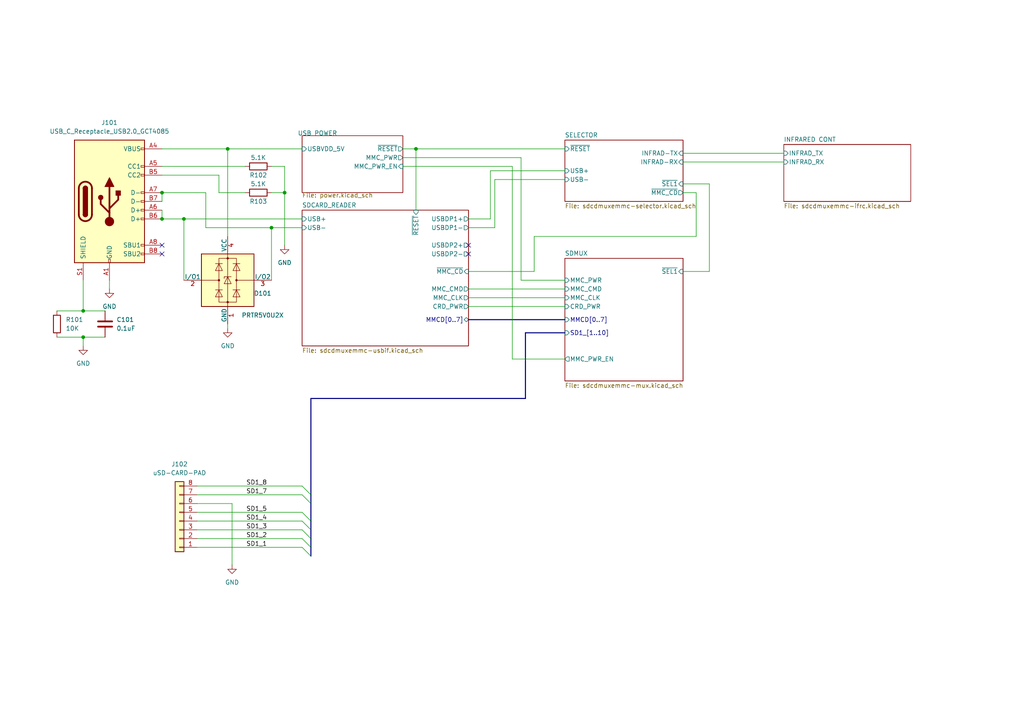
<source format=kicad_sch>
(kicad_sch (version 20230121) (generator eeschema)
  (paper "A4")
  (title_block (title "SDCDMUX-eMMC") (date "2023-08-14") (rev "Rev3") (company "HNZ") (comment 1 "Licensed under CC-BY-SA V4.0") (comment 2 "2023 (C) Hiroshi Nakajima <hnakamiru1103@gmail.com>"))
  (lib_symbols
    (symbol "Device:C" (pin_numbers hide) (pin_names (offset 0.254))
      (property "Reference" "C" (at 0.635 2.54 0))
      (property "Value" "C" (at 0.635 -2.54 0))
      (symbol "C_0_1"
        (polyline (pts (xy -2.032 -0.762) (xy 2.032 -0.762)) (stroke (width 0.508)))
        (polyline (pts (xy -2.032 0.762) (xy 2.032 0.762)) (stroke (width 0.508)))
      )
      (symbol "C_1_1"
        (pin passive line (at 0 3.81 270) (length 2.794) (name "~") (number "1"))
        (pin passive line (at 0 -3.81 90) (length 2.794) (name "~") (number "2"))
      )
    )
    (symbol "Device:R" (pin_numbers hide) (pin_names (offset 0))
      (property "Reference" "R" (at 2.032 0 90))
      (property "Value" "R" (at 0 0 90))
      (symbol "R_0_1"
        (rectangle (start -1.016 -2.54) (end 1.016 2.54) (stroke (width 0.254)))
      )
      (symbol "R_1_1"
        (pin passive line (at 0 3.81 270) (length 1.27) (name "~") (number "1"))
        (pin passive line (at 0 -3.81 90) (length 1.27) (name "~") (number "2"))
      )
    )
    (symbol "GND_1" (power) (pin_names (offset 0))
      (property "Value" "GND_1" (at 0 -3.81 0))
      (symbol "GND_1_0_1"
        (polyline (pts (xy 0 0) (xy 0 -1.27) (xy 1.27 -1.27) (xy 0 -2.54) (xy -1.27 -1.27) (xy 0 -1.27)))
      )
      (symbol "GND_1_1_1"
        (pin power_in line (at 0 0 270) (length 0) hide (name "GND") (number "1"))
      )
    )
    (symbol "GND_2" (power) (pin_names (offset 0))
      (property "Value" "GND_2" (at 0 -3.81 0))
      (symbol "GND_2_0_1"
        (polyline (pts (xy 0 0) (xy 0 -1.27) (xy 1.27 -1.27) (xy 0 -2.54) (xy -1.27 -1.27) (xy 0 -1.27)))
      )
      (symbol "GND_2_1_1"
        (pin power_in line (at 0 0 270) (length 0) hide (name "GND") (number "1"))
      )
    )
    (symbol "power:GND" (power) (pin_numbers hide) (pin_names (offset 0) hide)
      (property "Value" "GND" (at 0 -3.81 0))
      (symbol "GND_0_1"
        (polyline (pts (xy 0 0) (xy 0 -1.27) (xy 1.27 -1.27) (xy 0 -2.54) (xy -1.27 -1.27) (xy 0 -1.27)))
      )
      (symbol "GND_1_1"
        (pin power_in line (at 0 0 270) (length 0) hide (name "GND") (number "1"))
      )
    )
    (symbol "tbctl:PRTR5V0U2X" (pin_names (offset 0))
      (property "Reference" "D" (at 2.794 8.636 0))
      (property "Value" "PRTR5V0U2X" (at 8.128 -9.398 0))
      (symbol "PRTR5V0U2X_0_1"
        (rectangle (start -7.62 -7.62) (end 7.62 7.62) (stroke (width 0.254)) (fill (type background)))
        (circle (center -2.54 0) (radius 0.254) (fill (type outline)))
        (rectangle (start -2.54 6.35) (end 2.54 -6.35))
        (circle (center 0 -6.35) (radius 0.254) (fill (type outline)))
        (polyline (pts (xy -2.54 0) (xy -7.62 0)))
        (polyline (pts (xy -1.524 -2.794) (xy -3.556 -2.794)))
        (polyline (pts (xy -1.524 4.826) (xy -3.556 4.826)))
        (polyline (pts (xy 0 -7.62) (xy 0 7.62)))
        (polyline (pts (xy 1.524 -2.794) (xy 3.556 -2.794)))
        (polyline (pts (xy 1.524 4.826) (xy 3.556 4.826)))
        (polyline (pts (xy 2.54 0) (xy 7.62 0)))
        (polyline (pts (xy 1.016 1.016) (xy -1.016 1.016) (xy -1.016 0.508)))
        (polyline (pts (xy -3.556 -4.826) (xy -1.524 -4.826) (xy -2.54 -2.794) (xy -3.556 -4.826)))
        (polyline (pts (xy -3.556 2.794) (xy -1.524 2.794) (xy -2.54 4.826) (xy -3.556 2.794)))
        (polyline (pts (xy -1.016 -1.016) (xy 1.016 -1.016) (xy 0 1.016) (xy -1.016 -1.016)))
        (polyline (pts (xy 3.556 -4.826) (xy 1.524 -4.826) (xy 2.54 -2.794) (xy 3.556 -4.826)))
        (polyline (pts (xy 3.556 2.794) (xy 1.524 2.794) (xy 2.54 4.826) (xy 3.556 2.794)))
        (circle (center 0 6.35) (radius 0.254) (fill (type outline)))
        (circle (center 2.54 0) (radius 0.254) (fill (type outline)))
      )
      (symbol "PRTR5V0U2X_1_1"
        (pin passive line (at 0 -12.7 90) (length 5.08) (name "GND") (number "1"))
        (pin passive line (at -12.7 0 0) (length 5.08) (name "I/O1") (number "2"))
        (pin passive line (at 12.7 0 180) (length 5.08) (name "I/O2") (number "3"))
        (pin passive line (at 0 12.7 270) (length 5.08) (name "VCC") (number "4"))
      )
    )
    (symbol "tbctl:USB_C_Receptacle_USB2.0_GCT4085" (pin_names (offset 1.016))
      (property "Reference" "J" (at -10.16 19.05 0))
      (property "Value" "USB_C_Receptacle_USB2.0_GCT4085" (at 19.05 19.05 0))
      (symbol "USB_C_Receptacle_USB2.0_GCT4085_0_0"
        (rectangle (start -0.254 -17.78) (end 0.254 -16.764))
        (rectangle (start 10.16 -14.986) (end 9.144 -15.494))
        (rectangle (start 10.16 -12.446) (end 9.144 -12.954))
        (rectangle (start 10.16 -4.826) (end 9.144 -5.334))
        (rectangle (start 10.16 -2.286) (end 9.144 -2.794))
        (rectangle (start 10.16 0.254) (end 9.144 -0.254))
        (rectangle (start 10.16 2.794) (end 9.144 2.286))
        (rectangle (start 10.16 7.874) (end 9.144 7.366))
        (rectangle (start 10.16 10.414) (end 9.144 9.906))
        (rectangle (start 10.16 15.494) (end 9.144 14.986))
      )
      (symbol "USB_C_Receptacle_USB2.0_GCT4085_0_1"
        (rectangle (start -10.16 17.78) (end 10.16 -17.78) (stroke (width 0.254)) (fill (type background)))
        (arc (start -8.89 -3.81) (mid -6.985 -5.7067) (end -5.08 -3.81) (stroke (width 0.508)))
        (arc (start -7.62 -3.81) (mid -6.985 -4.4423) (end -6.35 -3.81) (stroke (width 0.254)))
        (arc (start -7.62 -3.81) (mid -6.985 -4.4423) (end -6.35 -3.81) (stroke (width 0.254)) (fill (type outline)))
        (rectangle (start -7.62 -3.81) (end -6.35 3.81) (stroke (width 0.254)) (fill (type outline)))
        (arc (start -6.35 3.81) (mid -6.985 4.4423) (end -7.62 3.81) (stroke (width 0.254)))
        (arc (start -6.35 3.81) (mid -6.985 4.4423) (end -7.62 3.81) (stroke (width 0.254)) (fill (type outline)))
        (arc (start -5.08 3.81) (mid -6.985 5.7067) (end -8.89 3.81) (stroke (width 0.508)))
        (circle (center -2.54 1.143) (radius 0.635) (stroke (width 0.254)) (fill (type outline)))
        (circle (center 0 -5.842) (radius 1.27) (fill (type outline)))
        (polyline (pts (xy -8.89 -3.81) (xy -8.89 3.81)) (stroke (width 0.508)))
        (polyline (pts (xy -5.08 3.81) (xy -5.08 -3.81)) (stroke (width 0.508)))
        (polyline (pts (xy 0 -5.842) (xy 0 4.318)) (stroke (width 0.508)))
        (polyline (pts (xy 0 -3.302) (xy -2.54 -0.762) (xy -2.54 0.508)) (stroke (width 0.508)))
        (polyline (pts (xy 0 -2.032) (xy 2.54 0.508) (xy 2.54 1.778)) (stroke (width 0.508)))
        (polyline (pts (xy -1.27 4.318) (xy 0 6.858) (xy 1.27 4.318) (xy -1.27 4.318)) (stroke (width 0.254)) (fill (type outline)))
        (rectangle (start 1.905 1.778) (end 3.175 3.048) (stroke (width 0.254)) (fill (type outline)))
      )
      (symbol "USB_C_Receptacle_USB2.0_GCT4085_1_1"
        (pin passive line (at 0 -22.86 90) (length 5.08) (name "GND") (number "A1"))
        (pin passive line (at 0 -22.86 90) (length 5.08) hide (name "GND") (number "A12"))
        (pin passive line (at 15.24 15.24 180) (length 5.08) (name "VBUS") (number "A4"))
        (pin bidirectional line (at 15.24 10.16 180) (length 5.08) (name "CC1") (number "A5"))
        (pin bidirectional line (at 15.24 -2.54 180) (length 5.08) (name "D+") (number "A6"))
        (pin bidirectional line (at 15.24 2.54 180) (length 5.08) (name "D-") (number "A7"))
        (pin bidirectional line (at 15.24 -12.7 180) (length 5.08) (name "SBU1") (number "A8"))
        (pin passive line (at 15.24 15.24 180) (length 5.08) hide (name "VBUS") (number "A9"))
        (pin passive line (at 0 -22.86 90) (length 5.08) hide (name "GND") (number "B1"))
        (pin passive line (at 0 -22.86 90) (length 5.08) hide (name "GND") (number "B12"))
        (pin passive line (at 15.24 15.24 180) (length 5.08) hide (name "VBUS") (number "B4"))
        (pin bidirectional line (at 15.24 7.62 180) (length 5.08) (name "CC2") (number "B5"))
        (pin bidirectional line (at 15.24 -5.08 180) (length 5.08) (name "D+") (number "B6"))
        (pin bidirectional line (at 15.24 0 180) (length 5.08) (name "D-") (number "B7"))
        (pin bidirectional line (at 15.24 -15.24 180) (length 5.08) (name "SBU2") (number "B8"))
        (pin passive line (at 15.24 15.24 180) (length 5.08) hide (name "VBUS") (number "B9"))
        (pin passive line (at -7.62 -22.86 90) (length 5.08) (name "SHIELD") (number "S1"))
      )
    )
    (symbol "tbctl:uSD-CARD-PAD" (pin_names (offset 1.016) hide)
      (property "Reference" "J" (at 0 10.16 0))
      (property "Value" "uSD-CARD-PAD" (at 0 -12.7 0))
      (symbol "uSD-CARD-PAD_1_1"
        (rectangle (start -1.27 -10.033) (end 0 -10.287) (stroke (width 0.1524)))
        (rectangle (start -1.27 -7.493) (end 0 -7.747) (stroke (width 0.1524)))
        (rectangle (start -1.27 -4.953) (end 0 -5.207) (stroke (width 0.1524)))
        (rectangle (start -1.27 -2.413) (end 0 -2.667) (stroke (width 0.1524)))
        (rectangle (start -1.27 0.127) (end 0 -0.127) (stroke (width 0.1524)))
        (rectangle (start -1.27 2.667) (end 0 2.413) (stroke (width 0.1524)))
        (rectangle (start -1.27 5.207) (end 0 4.953) (stroke (width 0.1524)))
        (rectangle (start -1.27 7.747) (end 0 7.493) (stroke (width 0.1524)))
        (rectangle (start -1.27 8.89) (end 1.27 -11.43) (stroke (width 0.254)) (fill (type background)))
        (pin passive line (at -5.08 7.62 0) (length 3.81) (name "Pin_1") (number "1"))
        (pin passive line (at -5.08 5.08 0) (length 3.81) (name "Pin_2") (number "2"))
        (pin passive line (at -5.08 2.54 0) (length 3.81) (name "Pin_3") (number "3"))
        (pin passive line (at -5.08 0 0) (length 3.81) (name "Pin_4") (number "4"))
        (pin passive line (at -5.08 -2.54 0) (length 3.81) (name "Pin_5") (number "5"))
        (pin passive line (at -5.08 -5.08 0) (length 3.81) (name "Pin_6") (number "6"))
        (pin passive line (at -5.08 -7.62 0) (length 3.81) (name "Pin_7") (number "7"))
        (pin passive line (at -5.08 -10.16 0) (length 3.81) (name "Pin_8") (number "8"))
      )
    )
  )
  (junction (at 46.99 55.88))
  (junction (at 24.13 97.79))
  (junction (at 24.13 90.17))
  (junction (at 120.65 43.18))
  (junction (at 66.04 43.18))
  (junction (at 46.99 63.5))
  (junction (at 53.34 63.5))
  (junction (at 82.55 55.88))
  (junction (at 78.74 66.04))
  (no_connect (at 46.99 73.66))
  (no_connect (at 135.89 71.12))
  (no_connect (at 46.99 71.12))
  (no_connect (at 135.89 73.66))
  (bus_entry (at 87.63 158.75) (size 2.54 2.54))
  (bus_entry (at 87.63 156.21) (size 2.54 2.54))
  (bus_entry (at 87.63 140.97) (size 2.54 2.54))
  (bus_entry (at 87.63 153.67) (size 2.54 2.54))
  (bus_entry (at 87.63 148.59) (size 2.54 2.54))
  (bus_entry (at 87.63 143.51) (size 2.54 2.54))
  (bus_entry (at 87.63 151.13) (size 2.54 2.54))
  (wire (pts (xy 78.74 66.04) (xy 87.63 66.04)))
  (wire (pts (xy 46.99 50.8) (xy 63.5 50.8)))
  (wire (pts (xy 66.04 93.98) (xy 66.04 95.25)))
  (wire (pts (xy 63.5 50.8) (xy 63.5 55.88)))
  (wire (pts (xy 57.15 153.67) (xy 87.63 153.67)))
  (bus (pts (xy 90.17 146.05) (xy 90.17 151.13)))
  (wire (pts (xy 31.75 81.28) (xy 31.75 83.82)))
  (wire (pts (xy 46.99 55.88) (xy 46.99 58.42)))
  (bus (pts (xy 135.89 92.71) (xy 163.83 92.71)))
  (wire (pts (xy 57.15 143.51) (xy 87.63 143.51)))
  (wire (pts (xy 46.99 43.18) (xy 66.04 43.18)))
  (wire (pts (xy 198.12 53.34) (xy 205.74 53.34)))
  (wire (pts (xy 120.65 43.18) (xy 120.65 60.96)))
  (wire (pts (xy 201.93 55.88) (xy 201.93 68.58)))
  (wire (pts (xy 163.83 49.53) (xy 142.24 49.53)))
  (wire (pts (xy 57.15 146.05) (xy 67.31 146.05)))
  (wire (pts (xy 198.12 55.88) (xy 201.93 55.88)))
  (wire (pts (xy 46.99 55.88) (xy 59.69 55.88)))
  (wire (pts (xy 78.74 66.04) (xy 78.74 81.28)))
  (wire (pts (xy 59.69 55.88) (xy 59.69 66.04)))
  (wire (pts (xy 135.89 88.9) (xy 163.83 88.9)))
  (wire (pts (xy 57.15 151.13) (xy 87.63 151.13)))
  (wire (pts (xy 135.89 66.04) (xy 143.51 66.04)))
  (wire (pts (xy 82.55 55.88) (xy 82.55 71.12)))
  (wire (pts (xy 151.13 45.72) (xy 151.13 81.28)))
  (bus (pts (xy 90.17 151.13) (xy 90.17 153.67)))
  (bus (pts (xy 152.4 96.52) (xy 163.83 96.52)))
  (wire (pts (xy 163.83 104.14) (xy 148.59 104.14)))
  (wire (pts (xy 57.15 148.59) (xy 87.63 148.59)))
  (wire (pts (xy 46.99 48.26) (xy 71.12 48.26)))
  (wire (pts (xy 66.04 43.18) (xy 66.04 68.58)))
  (wire (pts (xy 24.13 97.79) (xy 24.13 100.33)))
  (wire (pts (xy 135.89 78.74) (xy 154.94 78.74)))
  (wire (pts (xy 205.74 78.74) (xy 198.12 78.74)))
  (wire (pts (xy 24.13 81.28) (xy 24.13 90.17)))
  (wire (pts (xy 59.69 66.04) (xy 78.74 66.04)))
  (bus (pts (xy 90.17 153.67) (xy 90.17 156.21)))
  (bus (pts (xy 90.17 115.57) (xy 90.17 143.51)))
  (wire (pts (xy 116.84 43.18) (xy 120.65 43.18)))
  (wire (pts (xy 120.65 43.18) (xy 163.83 43.18)))
  (wire (pts (xy 57.15 158.75) (xy 87.63 158.75)))
  (wire (pts (xy 151.13 81.28) (xy 163.83 81.28)))
  (wire (pts (xy 67.31 146.05) (xy 67.31 163.83)))
  (wire (pts (xy 205.74 53.34) (xy 205.74 78.74)))
  (wire (pts (xy 135.89 86.36) (xy 163.83 86.36)))
  (wire (pts (xy 63.5 55.88) (xy 71.12 55.88)))
  (wire (pts (xy 46.99 63.5) (xy 53.34 63.5)))
  (bus (pts (xy 90.17 158.75) (xy 90.17 161.29)))
  (wire (pts (xy 78.74 48.26) (xy 82.55 48.26)))
  (wire (pts (xy 116.84 45.72) (xy 151.13 45.72)))
  (wire (pts (xy 154.94 68.58) (xy 154.94 78.74)))
  (wire (pts (xy 16.51 97.79) (xy 24.13 97.79)))
  (wire (pts (xy 53.34 63.5) (xy 87.63 63.5)))
  (wire (pts (xy 78.74 55.88) (xy 82.55 55.88)))
  (wire (pts (xy 57.15 140.97) (xy 87.63 140.97)))
  (wire (pts (xy 198.12 46.99) (xy 227.33 46.99)))
  (wire (pts (xy 53.34 63.5) (xy 53.34 81.28)))
  (bus (pts (xy 90.17 115.57) (xy 152.4 115.57)))
  (bus (pts (xy 90.17 158.75) (xy 90.17 156.21)))
  (wire (pts (xy 135.89 83.82) (xy 163.83 83.82)))
  (wire (pts (xy 116.84 48.26) (xy 148.59 48.26)))
  (wire (pts (xy 201.93 68.58) (xy 154.94 68.58)))
  (wire (pts (xy 135.89 63.5) (xy 142.24 63.5)))
  (wire (pts (xy 142.24 49.53) (xy 142.24 63.5)))
  (wire (pts (xy 198.12 44.45) (xy 227.33 44.45)))
  (wire (pts (xy 46.99 60.96) (xy 46.99 63.5)))
  (bus (pts (xy 90.17 146.05) (xy 90.17 143.51)))
  (wire (pts (xy 163.83 52.07) (xy 143.51 52.07)))
  (wire (pts (xy 24.13 97.79) (xy 30.48 97.79)))
  (wire (pts (xy 82.55 48.26) (xy 82.55 55.88)))
  (wire (pts (xy 57.15 156.21) (xy 87.63 156.21)))
  (wire (pts (xy 24.13 90.17) (xy 30.48 90.17)))
  (bus (pts (xy 152.4 115.57) (xy 152.4 96.52)))
  (wire (pts (xy 66.04 43.18) (xy 87.63 43.18)))
  (wire (pts (xy 143.51 52.07) (xy 143.51 66.04)))
  (wire (pts (xy 16.51 90.17) (xy 24.13 90.17)))
  (wire (pts (xy 148.59 104.14) (xy 148.59 48.26)))
  (label "SD1_7" (at 77.47 143.51 180))
  (label "SD1_2" (at 77.47 156.21 180))
  (label "SD1_3" (at 77.47 153.67 180))
  (label "SD1_8" (at 77.47 140.97 180))
  (label "SD1_1" (at 77.47 158.75 180))
  (label "SD1_4" (at 77.47 151.13 180))
  (label "SD1_5" (at 77.47 148.59 180))
  (symbol (lib_name "GND_2") (lib_id "power:GND") (at 82.55 71.12 0) (unit 1)
    (property "Reference" "#PWR0105" (effects hide))
    (property "Value" "GND" (at 82.55 76.2 0))
  )
  (symbol (lib_name "GND_2") (lib_id "power:GND") (at 66.04 95.25 0) (unit 1)
    (property "Reference" "#PWR0103" (effects hide))
    (property "Value" "GND" (at 66.04 100.33 0))
  )
  (symbol (lib_id "power:GND") (at 24.13 100.33 0) (unit 1)
    (property "Reference" "#PWR0101" (effects hide))
    (property "Value" "GND" (at 24.13 105.41 0))
  )
  (symbol (lib_name "GND_2") (lib_id "power:GND") (at 31.75 83.82 0) (unit 1)
    (property "Reference" "#PWR0102" (effects hide))
    (property "Value" "GND" (at 31.75 88.9 0))
  )
  (symbol (lib_id "Device:R") (at 74.93 55.88 90) (unit 1)
    (property "Reference" "R103" (at 74.93 58.42 90))
    (property "Value" "5.1K" (at 74.93 53.34 90))
    (property "Footprint" "tbctl:R_0805_2012Metric_Pad1.20x1.40mm_HandSolder" (effects hide))
    (property "digikey" "13-RC0603JR-1010KLCT-ND" (effects hide))
    (property "storeURL" "https://www.digikey.com/en/products/detail/yageo/RC0603JR-1010KL/13694233" (effects hide))
  )
  (symbol (lib_id "Device:R") (at 16.51 93.98 0) (unit 1)
    (property "Reference" "R101" (at 19.05 92.7099 0) (effects (justify left)))
    (property "Value" "10K" (at 19.05 95.2499 0) (effects (justify left)))
    (property "Footprint" "tbctl:R_0805_2012Metric_Pad1.20x1.40mm_HandSolder" (effects hide))
    (property "digikey" "13-RC0603JR-1010KLCT-ND" (effects hide))
    (property "storeURL" "https://www.digikey.com/en/products/detail/yageo/RC0603JR-1010KL/13694233" (effects hide))
  )
  (symbol (lib_id "tbctl:USB_C_Receptacle_USB2.0_GCT4085") (at 31.75 58.42 0) (unit 1)
    (property "Reference" "J101" (at 31.75 35.56 0))
    (property "Value" "USB_C_Receptacle_USB2.0_GCT4085" (at 31.75 38.1 0))
    (property "Footprint" "Connector_USB:USB_C_Receptacle_GCT_USB4085" (effects hide))
    (property "Datasheet" "https://www.usb.org/sites/default/files/documents/usb_type-c.zip" (effects hide))
    (property "digikey" "2073-USB4085-GF-ACT-ND" (effects hide))
    (property "storeURL" "https://www.digikey.com/en/products/detail/gct/USB4085-GF-A/9859662" (effects hide))
  )
  (symbol (lib_id "Device:C") (at 30.48 93.98 0) (unit 1)
    (property "Reference" "C101" (at 33.782 92.71 0) (effects (justify left)))
    (property "Value" "0.1uF" (at 33.782 95.25 0) (effects (justify left)))
    (property "Footprint" "Capacitor_SMD:C_0603_1608Metric_Pad1.08x0.95mm_HandSolder" (effects hide))
    (property "digikey" "311-1824-1-ND" (effects hide))
    (property "storeURL" "https://www.digikey.com/en/products/detail/yageo/CC0603MRX7R7BB104/5195231" (effects hide))
  )
  (symbol (lib_id "tbctl:uSD-CARD-PAD") (at 52.07 151.13 180) (unit 1)
    (property "Reference" "J102" (at 52.07 134.62 0))
    (property "Value" "uSD-CARD-PAD" (at 52.07 137.16 0))
    (property "Footprint" "tbctl:uSD Card Pad" (effects hide))
  )
  (symbol (lib_id "Device:R") (at 74.93 48.26 90) (unit 1)
    (property "Reference" "R102" (at 74.93 50.8 90))
    (property "Value" "5.1K" (at 74.93 45.72 90))
    (property "Footprint" "tbctl:R_0805_2012Metric_Pad1.20x1.40mm_HandSolder" (effects hide))
    (property "digikey" "13-RC0603JR-1010KLCT-ND" (effects hide))
    (property "storeURL" "https://www.digikey.com/en/products/detail/yageo/RC0603JR-1010KL/13694233" (effects hide))
  )
  (symbol (lib_id "tbctl:PRTR5V0U2X") (at 66.04 81.28 0) (unit 1)
    (property "Reference" "D101" (at 76.2 85.09 0))
    (property "Value" "PRTR5V0U2X" (at 76.2 91.44 0))
    (property "Footprint" "Package_TO_SOT_SMD:SOT-143" (effects hide))
    (property "Datasheet" "https://assets.nexperia.com/documents/data-sheet/PRTR5V0U2X.pdf" (effects hide))
    (property "digikey" "1727-3884-1-ND" (effects hide))
    (property "storeURL" "https://www.digikey.com/en/products/detail/nexperia-usa-inc/PRTR5V0U2X-215/1163690" (effects hide))
  )
  (symbol (lib_name "GND_1") (lib_id "power:GND") (at 67.31 163.83 0) (unit 1)
    (property "Reference" "#PWR0104" (effects hide))
    (property "Value" "GND" (at 67.31 168.91 0))
  )
  (sheet (at 163.83 40.64) (size 34.29 17.78) (stroke (width 0.1524))
    (property "Sheetname" "SELECTOR" (at 163.83 39.9284 0) (effects (justify left bottom)))
    (property "Sheetfile" "sdcdmuxemmc-selector.kicad_sch" (at 163.83 59.0046 0) (effects (justify left top)))
    (pin "USB-" input (at 163.83 52.07 180))
    (pin "USB+" input (at 163.83 49.53 180))
    (pin "~{SEL1}" input (at 198.12 53.34 0))
    (pin "INFRAD-RX" input (at 198.12 46.99 0))
    (pin "INFRAD-TX" input (at 198.12 44.45 0))
    (pin "~{RESET}" input (at 163.83 43.18 180))
    (pin "~{MMC_CD}" output (at 198.12 55.88 0))
  )
  (sheet (at 87.63 39.37) (size 29.21 16.51) (stroke (width 0.1524))
    (property "Sheetname" "USB POWER" (at 86.36 39.37 0) (effects (justify left bottom)))
    (property "Sheetfile" "power.kicad_sch" (at 87.63 55.88 0) (effects (justify left top)))
    (pin "USBVDD_5V" input (at 87.63 43.18 180))
    (pin "~{RESET}" output (at 116.84 43.18 0))
    (pin "MMC_PWR" output (at 116.84 45.72 0))
    (pin "MMC_PWR_EN" input (at 116.84 48.26 0))
  )
  (sheet (at 227.33 41.91) (size 36.83 16.51) (stroke (width 0.1524))
    (property "Sheetname" "INFRARED CONT" (at 227.33 41.1984 0) (effects (justify left bottom)))
    (property "Sheetfile" "sdcdmuxemmc-ifrc.kicad_sch" (at 227.33 59.0046 0) (effects (justify left top)))
    (pin "INFRAD_TX" input (at 227.33 44.45 180))
    (pin "INFRAD_RX" input (at 227.33 46.99 180))
  )
  (sheet (at 87.63 60.96) (size 48.26 39.37) (stroke (width 0.1524))
    (property "Sheetname" "SDCARD_READER" (at 87.63 60.2484 0) (effects (justify left bottom)))
    (property "Sheetfile" "sdcdmuxemmc-usbif.kicad_sch" (at 87.63 100.9146 0) (effects (justify left top)))
    (pin "USBDP2+" output (at 135.89 71.12 0))
    (pin "USBDP1+" output (at 135.89 63.5 0))
    (pin "USBDP1-" output (at 135.89 66.04 0))
    (pin "USBDP2-" output (at 135.89 73.66 0))
    (pin "USB+" input (at 87.63 63.5 180))
    (pin "USB-" input (at 87.63 66.04 180))
    (pin "~{RESET}" input (at 120.65 60.96 90))
    (pin "MMC_CMD" output (at 135.89 83.82 0))
    (pin "~{MMC_CD}" input (at 135.89 78.74 0))
    (pin "MMC_CLK" output (at 135.89 86.36 0))
    (pin "MMCD[0..7]" bidirectional (at 135.89 92.71 0))
    (pin "CRD_PWR" output (at 135.89 88.9 0))
  )
  (sheet (at 163.83 74.93) (size 34.29 35.56) (stroke (width 0.1524))
    (property "Sheetname" "SDMUX" (at 163.83 74.2184 0) (effects (justify left bottom)))
    (property "Sheetfile" "sdcdmuxemmc-mux.kicad_sch" (at 163.83 111.0746 0) (effects (justify left top)))
    (pin "~{SEL1}" input (at 198.12 78.74 0))
    (pin "SD1_[1..10]" input (at 163.83 96.52 180))
    (pin "MMCD[0..7]" input (at 163.83 92.71 180))
    (pin "MMC_PWR" input (at 163.83 81.28 180))
    (pin "MMC_CLK" input (at 163.83 86.36 180))
    (pin "MMC_CMD" input (at 163.83 83.82 180))
    (pin "MMC_PWR_EN" output (at 163.83 104.14 180))
    (pin "CRD_PWR" input (at 163.83 88.9 180))
  )
)
</source>
